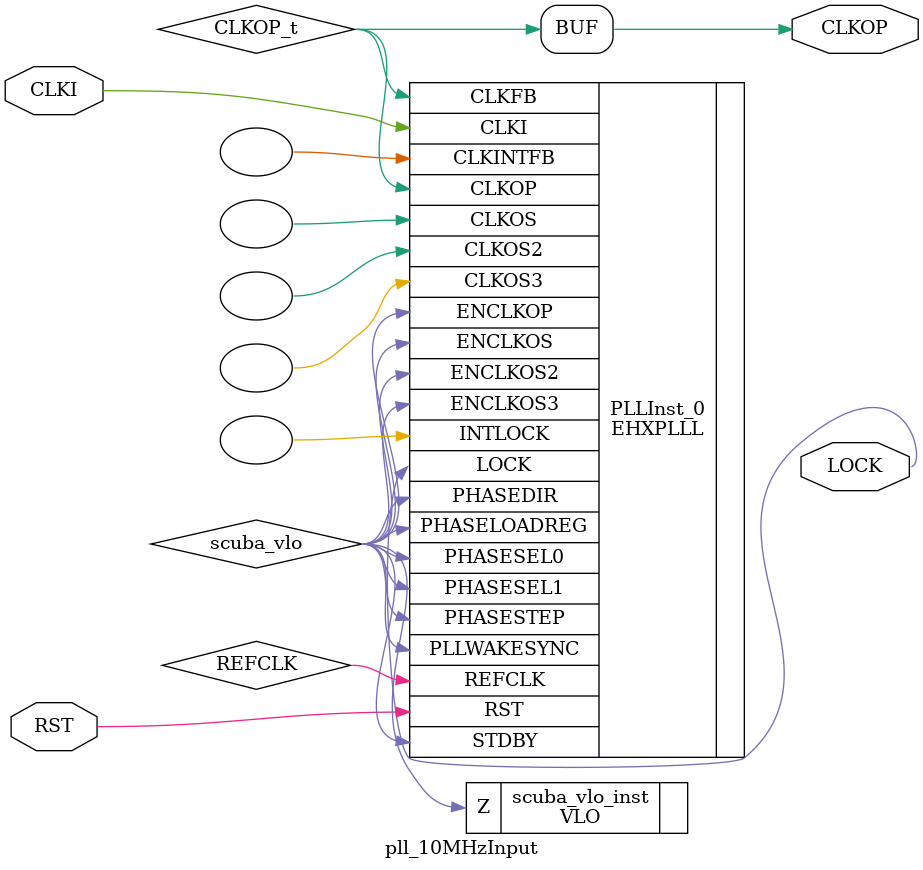
<source format=v>
/* Verilog netlist generated by SCUBA Diamond (64-bit) 3.14.0.75.2 */
/* Module Version: 5.7 */
/* C:\lscc\diamond\3.14\ispfpga\bin\nt64\scuba.exe -w -n pll_10MHzInput -lang verilog -synth lse -bus_exp 7 -bb -arch sa5p00 -type pll -fin 10 -fclkop 200 -fclkop_tol 0.0 -phase_cntl STATIC -rst -lock -fb_mode 1 -fdc C:/Users/julianstj/Desktop/WorkNotes/Projects/PTP/WiWi/SDR/Software/ECP5_Test/pll_10MHzInput/pll_10MHzInput.fdc  */
/* Sun Dec 08 09:09:50 2024 */


`timescale 1 ns / 1 ps
module pll_10MHzInput (CLKI, RST, CLKOP, LOCK)/* synthesis NGD_DRC_MASK=1 */;
    input wire CLKI;
    input wire RST;
    output wire CLKOP;
    output wire LOCK;

    wire REFCLK;
    wire CLKOP_t;
    wire scuba_vhi;
    wire scuba_vlo;

    VHI scuba_vhi_inst (.Z(scuba_vhi));

    VLO scuba_vlo_inst (.Z(scuba_vlo));

    defparam PLLInst_0.PLLRST_ENA = "ENABLED" ;
    defparam PLLInst_0.INTFB_WAKE = "DISABLED" ;
    defparam PLLInst_0.STDBY_ENABLE = "DISABLED" ;
    defparam PLLInst_0.DPHASE_SOURCE = "DISABLED" ;
    defparam PLLInst_0.CLKOS3_FPHASE = 0 ;
    defparam PLLInst_0.CLKOS3_CPHASE = 0 ;
    defparam PLLInst_0.CLKOS2_FPHASE = 0 ;
    defparam PLLInst_0.CLKOS2_CPHASE = 0 ;
    defparam PLLInst_0.CLKOS_FPHASE = 0 ;
    defparam PLLInst_0.CLKOS_CPHASE = 0 ;
    defparam PLLInst_0.CLKOP_FPHASE = 0 ;
    defparam PLLInst_0.CLKOP_CPHASE = 2 ;
    defparam PLLInst_0.PLL_LOCK_MODE = 0 ;
    defparam PLLInst_0.CLKOS_TRIM_DELAY = 0 ;
    defparam PLLInst_0.CLKOS_TRIM_POL = "FALLING" ;
    defparam PLLInst_0.CLKOP_TRIM_DELAY = 0 ;
    defparam PLLInst_0.CLKOP_TRIM_POL = "FALLING" ;
    defparam PLLInst_0.OUTDIVIDER_MUXD = "DIVD" ;
    defparam PLLInst_0.CLKOS3_ENABLE = "DISABLED" ;
    defparam PLLInst_0.OUTDIVIDER_MUXC = "DIVC" ;
    defparam PLLInst_0.CLKOS2_ENABLE = "DISABLED" ;
    defparam PLLInst_0.OUTDIVIDER_MUXB = "DIVB" ;
    defparam PLLInst_0.CLKOS_ENABLE = "DISABLED" ;
    defparam PLLInst_0.OUTDIVIDER_MUXA = "DIVA" ;
    defparam PLLInst_0.CLKOP_ENABLE = "ENABLED" ;
    defparam PLLInst_0.CLKOS3_DIV = 1 ;
    defparam PLLInst_0.CLKOS2_DIV = 1 ;
    defparam PLLInst_0.CLKOS_DIV = 1 ;
    defparam PLLInst_0.CLKOP_DIV = 3 ;
    defparam PLLInst_0.CLKFB_DIV = 20 ;
    defparam PLLInst_0.CLKI_DIV = 1 ;
    defparam PLLInst_0.FEEDBK_PATH = "CLKOP" ;
    EHXPLLL PLLInst_0 (.CLKI(CLKI), .CLKFB(CLKOP_t), .PHASESEL1(scuba_vlo), 
        .PHASESEL0(scuba_vlo), .PHASEDIR(scuba_vlo), .PHASESTEP(scuba_vlo), 
        .PHASELOADREG(scuba_vlo), .STDBY(scuba_vlo), .PLLWAKESYNC(scuba_vlo), 
        .RST(RST), .ENCLKOP(scuba_vlo), .ENCLKOS(scuba_vlo), .ENCLKOS2(scuba_vlo), 
        .ENCLKOS3(scuba_vlo), .CLKOP(CLKOP_t), .CLKOS(), .CLKOS2(), .CLKOS3(), 
        .LOCK(LOCK), .INTLOCK(), .REFCLK(REFCLK), .CLKINTFB())
             /* synthesis FREQUENCY_PIN_CLKOP="200.000000" */
             /* synthesis FREQUENCY_PIN_CLKI="10.000000" */
             /* synthesis ICP_CURRENT="5" */
             /* synthesis LPF_RESISTOR="16" */;

    assign CLKOP = CLKOP_t;


    // exemplar begin
    // exemplar attribute PLLInst_0 FREQUENCY_PIN_CLKOP 200.000000
    // exemplar attribute PLLInst_0 FREQUENCY_PIN_CLKI 10.000000
    // exemplar attribute PLLInst_0 ICP_CURRENT 5
    // exemplar attribute PLLInst_0 LPF_RESISTOR 16
    // exemplar end

endmodule

</source>
